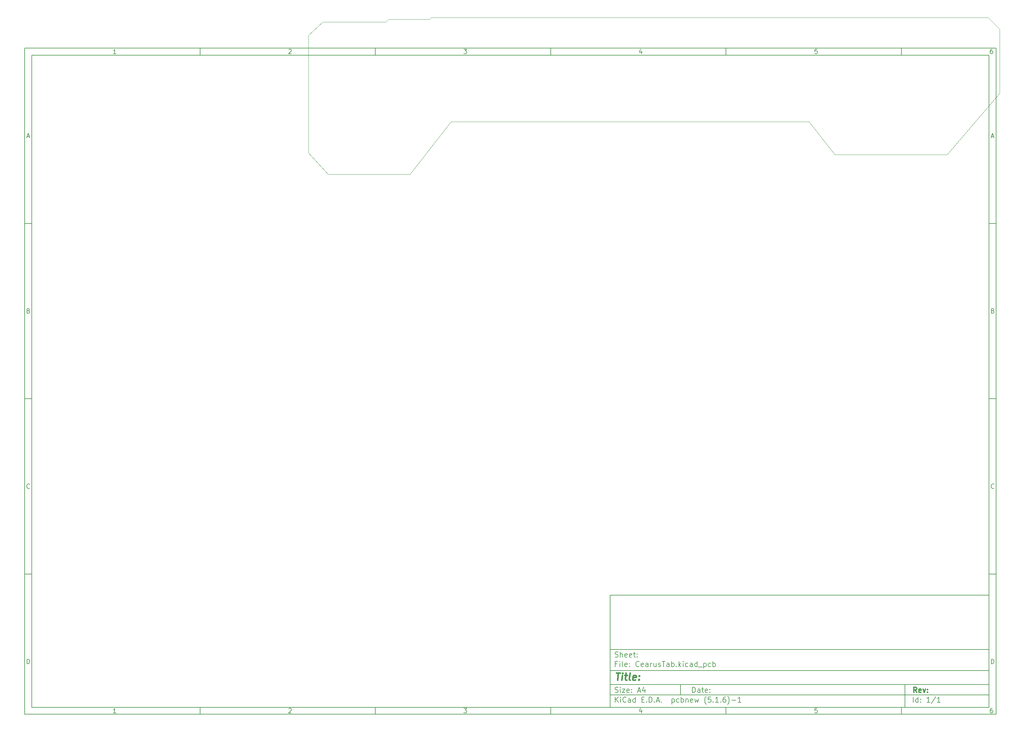
<source format=gbr>
%TF.GenerationSoftware,KiCad,Pcbnew,(5.1.6)-1*%
%TF.CreationDate,2021-02-12T14:30:02+03:00*%
%TF.ProjectId,CearusTab,43656172-7573-4546-9162-2e6b69636164,rev?*%
%TF.SameCoordinates,Original*%
%TF.FileFunction,Profile,NP*%
%FSLAX46Y46*%
G04 Gerber Fmt 4.6, Leading zero omitted, Abs format (unit mm)*
G04 Created by KiCad (PCBNEW (5.1.6)-1) date 2021-02-12 14:30:02*
%MOMM*%
%LPD*%
G01*
G04 APERTURE LIST*
%ADD10C,0.100000*%
%ADD11C,0.150000*%
%ADD12C,0.300000*%
%ADD13C,0.400000*%
%TA.AperFunction,Profile*%
%ADD14C,0.050000*%
%TD*%
G04 APERTURE END LIST*
D10*
D11*
X177002200Y-166007200D02*
X177002200Y-198007200D01*
X285002200Y-198007200D01*
X285002200Y-166007200D01*
X177002200Y-166007200D01*
D10*
D11*
X10000000Y-10000000D02*
X10000000Y-200007200D01*
X287002200Y-200007200D01*
X287002200Y-10000000D01*
X10000000Y-10000000D01*
D10*
D11*
X12000000Y-12000000D02*
X12000000Y-198007200D01*
X285002200Y-198007200D01*
X285002200Y-12000000D01*
X12000000Y-12000000D01*
D10*
D11*
X60000000Y-12000000D02*
X60000000Y-10000000D01*
D10*
D11*
X110000000Y-12000000D02*
X110000000Y-10000000D01*
D10*
D11*
X160000000Y-12000000D02*
X160000000Y-10000000D01*
D10*
D11*
X210000000Y-12000000D02*
X210000000Y-10000000D01*
D10*
D11*
X260000000Y-12000000D02*
X260000000Y-10000000D01*
D10*
D11*
X36065476Y-11588095D02*
X35322619Y-11588095D01*
X35694047Y-11588095D02*
X35694047Y-10288095D01*
X35570238Y-10473809D01*
X35446428Y-10597619D01*
X35322619Y-10659523D01*
D10*
D11*
X85322619Y-10411904D02*
X85384523Y-10350000D01*
X85508333Y-10288095D01*
X85817857Y-10288095D01*
X85941666Y-10350000D01*
X86003571Y-10411904D01*
X86065476Y-10535714D01*
X86065476Y-10659523D01*
X86003571Y-10845238D01*
X85260714Y-11588095D01*
X86065476Y-11588095D01*
D10*
D11*
X135260714Y-10288095D02*
X136065476Y-10288095D01*
X135632142Y-10783333D01*
X135817857Y-10783333D01*
X135941666Y-10845238D01*
X136003571Y-10907142D01*
X136065476Y-11030952D01*
X136065476Y-11340476D01*
X136003571Y-11464285D01*
X135941666Y-11526190D01*
X135817857Y-11588095D01*
X135446428Y-11588095D01*
X135322619Y-11526190D01*
X135260714Y-11464285D01*
D10*
D11*
X185941666Y-10721428D02*
X185941666Y-11588095D01*
X185632142Y-10226190D02*
X185322619Y-11154761D01*
X186127380Y-11154761D01*
D10*
D11*
X236003571Y-10288095D02*
X235384523Y-10288095D01*
X235322619Y-10907142D01*
X235384523Y-10845238D01*
X235508333Y-10783333D01*
X235817857Y-10783333D01*
X235941666Y-10845238D01*
X236003571Y-10907142D01*
X236065476Y-11030952D01*
X236065476Y-11340476D01*
X236003571Y-11464285D01*
X235941666Y-11526190D01*
X235817857Y-11588095D01*
X235508333Y-11588095D01*
X235384523Y-11526190D01*
X235322619Y-11464285D01*
D10*
D11*
X285941666Y-10288095D02*
X285694047Y-10288095D01*
X285570238Y-10350000D01*
X285508333Y-10411904D01*
X285384523Y-10597619D01*
X285322619Y-10845238D01*
X285322619Y-11340476D01*
X285384523Y-11464285D01*
X285446428Y-11526190D01*
X285570238Y-11588095D01*
X285817857Y-11588095D01*
X285941666Y-11526190D01*
X286003571Y-11464285D01*
X286065476Y-11340476D01*
X286065476Y-11030952D01*
X286003571Y-10907142D01*
X285941666Y-10845238D01*
X285817857Y-10783333D01*
X285570238Y-10783333D01*
X285446428Y-10845238D01*
X285384523Y-10907142D01*
X285322619Y-11030952D01*
D10*
D11*
X60000000Y-198007200D02*
X60000000Y-200007200D01*
D10*
D11*
X110000000Y-198007200D02*
X110000000Y-200007200D01*
D10*
D11*
X160000000Y-198007200D02*
X160000000Y-200007200D01*
D10*
D11*
X210000000Y-198007200D02*
X210000000Y-200007200D01*
D10*
D11*
X260000000Y-198007200D02*
X260000000Y-200007200D01*
D10*
D11*
X36065476Y-199595295D02*
X35322619Y-199595295D01*
X35694047Y-199595295D02*
X35694047Y-198295295D01*
X35570238Y-198481009D01*
X35446428Y-198604819D01*
X35322619Y-198666723D01*
D10*
D11*
X85322619Y-198419104D02*
X85384523Y-198357200D01*
X85508333Y-198295295D01*
X85817857Y-198295295D01*
X85941666Y-198357200D01*
X86003571Y-198419104D01*
X86065476Y-198542914D01*
X86065476Y-198666723D01*
X86003571Y-198852438D01*
X85260714Y-199595295D01*
X86065476Y-199595295D01*
D10*
D11*
X135260714Y-198295295D02*
X136065476Y-198295295D01*
X135632142Y-198790533D01*
X135817857Y-198790533D01*
X135941666Y-198852438D01*
X136003571Y-198914342D01*
X136065476Y-199038152D01*
X136065476Y-199347676D01*
X136003571Y-199471485D01*
X135941666Y-199533390D01*
X135817857Y-199595295D01*
X135446428Y-199595295D01*
X135322619Y-199533390D01*
X135260714Y-199471485D01*
D10*
D11*
X185941666Y-198728628D02*
X185941666Y-199595295D01*
X185632142Y-198233390D02*
X185322619Y-199161961D01*
X186127380Y-199161961D01*
D10*
D11*
X236003571Y-198295295D02*
X235384523Y-198295295D01*
X235322619Y-198914342D01*
X235384523Y-198852438D01*
X235508333Y-198790533D01*
X235817857Y-198790533D01*
X235941666Y-198852438D01*
X236003571Y-198914342D01*
X236065476Y-199038152D01*
X236065476Y-199347676D01*
X236003571Y-199471485D01*
X235941666Y-199533390D01*
X235817857Y-199595295D01*
X235508333Y-199595295D01*
X235384523Y-199533390D01*
X235322619Y-199471485D01*
D10*
D11*
X285941666Y-198295295D02*
X285694047Y-198295295D01*
X285570238Y-198357200D01*
X285508333Y-198419104D01*
X285384523Y-198604819D01*
X285322619Y-198852438D01*
X285322619Y-199347676D01*
X285384523Y-199471485D01*
X285446428Y-199533390D01*
X285570238Y-199595295D01*
X285817857Y-199595295D01*
X285941666Y-199533390D01*
X286003571Y-199471485D01*
X286065476Y-199347676D01*
X286065476Y-199038152D01*
X286003571Y-198914342D01*
X285941666Y-198852438D01*
X285817857Y-198790533D01*
X285570238Y-198790533D01*
X285446428Y-198852438D01*
X285384523Y-198914342D01*
X285322619Y-199038152D01*
D10*
D11*
X10000000Y-60000000D02*
X12000000Y-60000000D01*
D10*
D11*
X10000000Y-110000000D02*
X12000000Y-110000000D01*
D10*
D11*
X10000000Y-160000000D02*
X12000000Y-160000000D01*
D10*
D11*
X10690476Y-35216666D02*
X11309523Y-35216666D01*
X10566666Y-35588095D02*
X11000000Y-34288095D01*
X11433333Y-35588095D01*
D10*
D11*
X11092857Y-84907142D02*
X11278571Y-84969047D01*
X11340476Y-85030952D01*
X11402380Y-85154761D01*
X11402380Y-85340476D01*
X11340476Y-85464285D01*
X11278571Y-85526190D01*
X11154761Y-85588095D01*
X10659523Y-85588095D01*
X10659523Y-84288095D01*
X11092857Y-84288095D01*
X11216666Y-84350000D01*
X11278571Y-84411904D01*
X11340476Y-84535714D01*
X11340476Y-84659523D01*
X11278571Y-84783333D01*
X11216666Y-84845238D01*
X11092857Y-84907142D01*
X10659523Y-84907142D01*
D10*
D11*
X11402380Y-135464285D02*
X11340476Y-135526190D01*
X11154761Y-135588095D01*
X11030952Y-135588095D01*
X10845238Y-135526190D01*
X10721428Y-135402380D01*
X10659523Y-135278571D01*
X10597619Y-135030952D01*
X10597619Y-134845238D01*
X10659523Y-134597619D01*
X10721428Y-134473809D01*
X10845238Y-134350000D01*
X11030952Y-134288095D01*
X11154761Y-134288095D01*
X11340476Y-134350000D01*
X11402380Y-134411904D01*
D10*
D11*
X10659523Y-185588095D02*
X10659523Y-184288095D01*
X10969047Y-184288095D01*
X11154761Y-184350000D01*
X11278571Y-184473809D01*
X11340476Y-184597619D01*
X11402380Y-184845238D01*
X11402380Y-185030952D01*
X11340476Y-185278571D01*
X11278571Y-185402380D01*
X11154761Y-185526190D01*
X10969047Y-185588095D01*
X10659523Y-185588095D01*
D10*
D11*
X287002200Y-60000000D02*
X285002200Y-60000000D01*
D10*
D11*
X287002200Y-110000000D02*
X285002200Y-110000000D01*
D10*
D11*
X287002200Y-160000000D02*
X285002200Y-160000000D01*
D10*
D11*
X285692676Y-35216666D02*
X286311723Y-35216666D01*
X285568866Y-35588095D02*
X286002200Y-34288095D01*
X286435533Y-35588095D01*
D10*
D11*
X286095057Y-84907142D02*
X286280771Y-84969047D01*
X286342676Y-85030952D01*
X286404580Y-85154761D01*
X286404580Y-85340476D01*
X286342676Y-85464285D01*
X286280771Y-85526190D01*
X286156961Y-85588095D01*
X285661723Y-85588095D01*
X285661723Y-84288095D01*
X286095057Y-84288095D01*
X286218866Y-84350000D01*
X286280771Y-84411904D01*
X286342676Y-84535714D01*
X286342676Y-84659523D01*
X286280771Y-84783333D01*
X286218866Y-84845238D01*
X286095057Y-84907142D01*
X285661723Y-84907142D01*
D10*
D11*
X286404580Y-135464285D02*
X286342676Y-135526190D01*
X286156961Y-135588095D01*
X286033152Y-135588095D01*
X285847438Y-135526190D01*
X285723628Y-135402380D01*
X285661723Y-135278571D01*
X285599819Y-135030952D01*
X285599819Y-134845238D01*
X285661723Y-134597619D01*
X285723628Y-134473809D01*
X285847438Y-134350000D01*
X286033152Y-134288095D01*
X286156961Y-134288095D01*
X286342676Y-134350000D01*
X286404580Y-134411904D01*
D10*
D11*
X285661723Y-185588095D02*
X285661723Y-184288095D01*
X285971247Y-184288095D01*
X286156961Y-184350000D01*
X286280771Y-184473809D01*
X286342676Y-184597619D01*
X286404580Y-184845238D01*
X286404580Y-185030952D01*
X286342676Y-185278571D01*
X286280771Y-185402380D01*
X286156961Y-185526190D01*
X285971247Y-185588095D01*
X285661723Y-185588095D01*
D10*
D11*
X200434342Y-193785771D02*
X200434342Y-192285771D01*
X200791485Y-192285771D01*
X201005771Y-192357200D01*
X201148628Y-192500057D01*
X201220057Y-192642914D01*
X201291485Y-192928628D01*
X201291485Y-193142914D01*
X201220057Y-193428628D01*
X201148628Y-193571485D01*
X201005771Y-193714342D01*
X200791485Y-193785771D01*
X200434342Y-193785771D01*
X202577200Y-193785771D02*
X202577200Y-193000057D01*
X202505771Y-192857200D01*
X202362914Y-192785771D01*
X202077200Y-192785771D01*
X201934342Y-192857200D01*
X202577200Y-193714342D02*
X202434342Y-193785771D01*
X202077200Y-193785771D01*
X201934342Y-193714342D01*
X201862914Y-193571485D01*
X201862914Y-193428628D01*
X201934342Y-193285771D01*
X202077200Y-193214342D01*
X202434342Y-193214342D01*
X202577200Y-193142914D01*
X203077200Y-192785771D02*
X203648628Y-192785771D01*
X203291485Y-192285771D02*
X203291485Y-193571485D01*
X203362914Y-193714342D01*
X203505771Y-193785771D01*
X203648628Y-193785771D01*
X204720057Y-193714342D02*
X204577200Y-193785771D01*
X204291485Y-193785771D01*
X204148628Y-193714342D01*
X204077200Y-193571485D01*
X204077200Y-193000057D01*
X204148628Y-192857200D01*
X204291485Y-192785771D01*
X204577200Y-192785771D01*
X204720057Y-192857200D01*
X204791485Y-193000057D01*
X204791485Y-193142914D01*
X204077200Y-193285771D01*
X205434342Y-193642914D02*
X205505771Y-193714342D01*
X205434342Y-193785771D01*
X205362914Y-193714342D01*
X205434342Y-193642914D01*
X205434342Y-193785771D01*
X205434342Y-192857200D02*
X205505771Y-192928628D01*
X205434342Y-193000057D01*
X205362914Y-192928628D01*
X205434342Y-192857200D01*
X205434342Y-193000057D01*
D10*
D11*
X177002200Y-194507200D02*
X285002200Y-194507200D01*
D10*
D11*
X178434342Y-196585771D02*
X178434342Y-195085771D01*
X179291485Y-196585771D02*
X178648628Y-195728628D01*
X179291485Y-195085771D02*
X178434342Y-195942914D01*
X179934342Y-196585771D02*
X179934342Y-195585771D01*
X179934342Y-195085771D02*
X179862914Y-195157200D01*
X179934342Y-195228628D01*
X180005771Y-195157200D01*
X179934342Y-195085771D01*
X179934342Y-195228628D01*
X181505771Y-196442914D02*
X181434342Y-196514342D01*
X181220057Y-196585771D01*
X181077200Y-196585771D01*
X180862914Y-196514342D01*
X180720057Y-196371485D01*
X180648628Y-196228628D01*
X180577200Y-195942914D01*
X180577200Y-195728628D01*
X180648628Y-195442914D01*
X180720057Y-195300057D01*
X180862914Y-195157200D01*
X181077200Y-195085771D01*
X181220057Y-195085771D01*
X181434342Y-195157200D01*
X181505771Y-195228628D01*
X182791485Y-196585771D02*
X182791485Y-195800057D01*
X182720057Y-195657200D01*
X182577200Y-195585771D01*
X182291485Y-195585771D01*
X182148628Y-195657200D01*
X182791485Y-196514342D02*
X182648628Y-196585771D01*
X182291485Y-196585771D01*
X182148628Y-196514342D01*
X182077200Y-196371485D01*
X182077200Y-196228628D01*
X182148628Y-196085771D01*
X182291485Y-196014342D01*
X182648628Y-196014342D01*
X182791485Y-195942914D01*
X184148628Y-196585771D02*
X184148628Y-195085771D01*
X184148628Y-196514342D02*
X184005771Y-196585771D01*
X183720057Y-196585771D01*
X183577200Y-196514342D01*
X183505771Y-196442914D01*
X183434342Y-196300057D01*
X183434342Y-195871485D01*
X183505771Y-195728628D01*
X183577200Y-195657200D01*
X183720057Y-195585771D01*
X184005771Y-195585771D01*
X184148628Y-195657200D01*
X186005771Y-195800057D02*
X186505771Y-195800057D01*
X186720057Y-196585771D02*
X186005771Y-196585771D01*
X186005771Y-195085771D01*
X186720057Y-195085771D01*
X187362914Y-196442914D02*
X187434342Y-196514342D01*
X187362914Y-196585771D01*
X187291485Y-196514342D01*
X187362914Y-196442914D01*
X187362914Y-196585771D01*
X188077200Y-196585771D02*
X188077200Y-195085771D01*
X188434342Y-195085771D01*
X188648628Y-195157200D01*
X188791485Y-195300057D01*
X188862914Y-195442914D01*
X188934342Y-195728628D01*
X188934342Y-195942914D01*
X188862914Y-196228628D01*
X188791485Y-196371485D01*
X188648628Y-196514342D01*
X188434342Y-196585771D01*
X188077200Y-196585771D01*
X189577200Y-196442914D02*
X189648628Y-196514342D01*
X189577200Y-196585771D01*
X189505771Y-196514342D01*
X189577200Y-196442914D01*
X189577200Y-196585771D01*
X190220057Y-196157200D02*
X190934342Y-196157200D01*
X190077200Y-196585771D02*
X190577200Y-195085771D01*
X191077200Y-196585771D01*
X191577200Y-196442914D02*
X191648628Y-196514342D01*
X191577200Y-196585771D01*
X191505771Y-196514342D01*
X191577200Y-196442914D01*
X191577200Y-196585771D01*
X194577200Y-195585771D02*
X194577200Y-197085771D01*
X194577200Y-195657200D02*
X194720057Y-195585771D01*
X195005771Y-195585771D01*
X195148628Y-195657200D01*
X195220057Y-195728628D01*
X195291485Y-195871485D01*
X195291485Y-196300057D01*
X195220057Y-196442914D01*
X195148628Y-196514342D01*
X195005771Y-196585771D01*
X194720057Y-196585771D01*
X194577200Y-196514342D01*
X196577200Y-196514342D02*
X196434342Y-196585771D01*
X196148628Y-196585771D01*
X196005771Y-196514342D01*
X195934342Y-196442914D01*
X195862914Y-196300057D01*
X195862914Y-195871485D01*
X195934342Y-195728628D01*
X196005771Y-195657200D01*
X196148628Y-195585771D01*
X196434342Y-195585771D01*
X196577200Y-195657200D01*
X197220057Y-196585771D02*
X197220057Y-195085771D01*
X197220057Y-195657200D02*
X197362914Y-195585771D01*
X197648628Y-195585771D01*
X197791485Y-195657200D01*
X197862914Y-195728628D01*
X197934342Y-195871485D01*
X197934342Y-196300057D01*
X197862914Y-196442914D01*
X197791485Y-196514342D01*
X197648628Y-196585771D01*
X197362914Y-196585771D01*
X197220057Y-196514342D01*
X198577200Y-195585771D02*
X198577200Y-196585771D01*
X198577200Y-195728628D02*
X198648628Y-195657200D01*
X198791485Y-195585771D01*
X199005771Y-195585771D01*
X199148628Y-195657200D01*
X199220057Y-195800057D01*
X199220057Y-196585771D01*
X200505771Y-196514342D02*
X200362914Y-196585771D01*
X200077200Y-196585771D01*
X199934342Y-196514342D01*
X199862914Y-196371485D01*
X199862914Y-195800057D01*
X199934342Y-195657200D01*
X200077200Y-195585771D01*
X200362914Y-195585771D01*
X200505771Y-195657200D01*
X200577200Y-195800057D01*
X200577200Y-195942914D01*
X199862914Y-196085771D01*
X201077200Y-195585771D02*
X201362914Y-196585771D01*
X201648628Y-195871485D01*
X201934342Y-196585771D01*
X202220057Y-195585771D01*
X204362914Y-197157200D02*
X204291485Y-197085771D01*
X204148628Y-196871485D01*
X204077200Y-196728628D01*
X204005771Y-196514342D01*
X203934342Y-196157200D01*
X203934342Y-195871485D01*
X204005771Y-195514342D01*
X204077200Y-195300057D01*
X204148628Y-195157200D01*
X204291485Y-194942914D01*
X204362914Y-194871485D01*
X205648628Y-195085771D02*
X204934342Y-195085771D01*
X204862914Y-195800057D01*
X204934342Y-195728628D01*
X205077200Y-195657200D01*
X205434342Y-195657200D01*
X205577200Y-195728628D01*
X205648628Y-195800057D01*
X205720057Y-195942914D01*
X205720057Y-196300057D01*
X205648628Y-196442914D01*
X205577200Y-196514342D01*
X205434342Y-196585771D01*
X205077200Y-196585771D01*
X204934342Y-196514342D01*
X204862914Y-196442914D01*
X206362914Y-196442914D02*
X206434342Y-196514342D01*
X206362914Y-196585771D01*
X206291485Y-196514342D01*
X206362914Y-196442914D01*
X206362914Y-196585771D01*
X207862914Y-196585771D02*
X207005771Y-196585771D01*
X207434342Y-196585771D02*
X207434342Y-195085771D01*
X207291485Y-195300057D01*
X207148628Y-195442914D01*
X207005771Y-195514342D01*
X208505771Y-196442914D02*
X208577200Y-196514342D01*
X208505771Y-196585771D01*
X208434342Y-196514342D01*
X208505771Y-196442914D01*
X208505771Y-196585771D01*
X209862914Y-195085771D02*
X209577200Y-195085771D01*
X209434342Y-195157200D01*
X209362914Y-195228628D01*
X209220057Y-195442914D01*
X209148628Y-195728628D01*
X209148628Y-196300057D01*
X209220057Y-196442914D01*
X209291485Y-196514342D01*
X209434342Y-196585771D01*
X209720057Y-196585771D01*
X209862914Y-196514342D01*
X209934342Y-196442914D01*
X210005771Y-196300057D01*
X210005771Y-195942914D01*
X209934342Y-195800057D01*
X209862914Y-195728628D01*
X209720057Y-195657200D01*
X209434342Y-195657200D01*
X209291485Y-195728628D01*
X209220057Y-195800057D01*
X209148628Y-195942914D01*
X210505771Y-197157200D02*
X210577200Y-197085771D01*
X210720057Y-196871485D01*
X210791485Y-196728628D01*
X210862914Y-196514342D01*
X210934342Y-196157200D01*
X210934342Y-195871485D01*
X210862914Y-195514342D01*
X210791485Y-195300057D01*
X210720057Y-195157200D01*
X210577200Y-194942914D01*
X210505771Y-194871485D01*
X211648628Y-196014342D02*
X212791485Y-196014342D01*
X214291485Y-196585771D02*
X213434342Y-196585771D01*
X213862914Y-196585771D02*
X213862914Y-195085771D01*
X213720057Y-195300057D01*
X213577200Y-195442914D01*
X213434342Y-195514342D01*
D10*
D11*
X177002200Y-191507200D02*
X285002200Y-191507200D01*
D10*
D12*
X264411485Y-193785771D02*
X263911485Y-193071485D01*
X263554342Y-193785771D02*
X263554342Y-192285771D01*
X264125771Y-192285771D01*
X264268628Y-192357200D01*
X264340057Y-192428628D01*
X264411485Y-192571485D01*
X264411485Y-192785771D01*
X264340057Y-192928628D01*
X264268628Y-193000057D01*
X264125771Y-193071485D01*
X263554342Y-193071485D01*
X265625771Y-193714342D02*
X265482914Y-193785771D01*
X265197200Y-193785771D01*
X265054342Y-193714342D01*
X264982914Y-193571485D01*
X264982914Y-193000057D01*
X265054342Y-192857200D01*
X265197200Y-192785771D01*
X265482914Y-192785771D01*
X265625771Y-192857200D01*
X265697200Y-193000057D01*
X265697200Y-193142914D01*
X264982914Y-193285771D01*
X266197200Y-192785771D02*
X266554342Y-193785771D01*
X266911485Y-192785771D01*
X267482914Y-193642914D02*
X267554342Y-193714342D01*
X267482914Y-193785771D01*
X267411485Y-193714342D01*
X267482914Y-193642914D01*
X267482914Y-193785771D01*
X267482914Y-192857200D02*
X267554342Y-192928628D01*
X267482914Y-193000057D01*
X267411485Y-192928628D01*
X267482914Y-192857200D01*
X267482914Y-193000057D01*
D10*
D11*
X178362914Y-193714342D02*
X178577200Y-193785771D01*
X178934342Y-193785771D01*
X179077200Y-193714342D01*
X179148628Y-193642914D01*
X179220057Y-193500057D01*
X179220057Y-193357200D01*
X179148628Y-193214342D01*
X179077200Y-193142914D01*
X178934342Y-193071485D01*
X178648628Y-193000057D01*
X178505771Y-192928628D01*
X178434342Y-192857200D01*
X178362914Y-192714342D01*
X178362914Y-192571485D01*
X178434342Y-192428628D01*
X178505771Y-192357200D01*
X178648628Y-192285771D01*
X179005771Y-192285771D01*
X179220057Y-192357200D01*
X179862914Y-193785771D02*
X179862914Y-192785771D01*
X179862914Y-192285771D02*
X179791485Y-192357200D01*
X179862914Y-192428628D01*
X179934342Y-192357200D01*
X179862914Y-192285771D01*
X179862914Y-192428628D01*
X180434342Y-192785771D02*
X181220057Y-192785771D01*
X180434342Y-193785771D01*
X181220057Y-193785771D01*
X182362914Y-193714342D02*
X182220057Y-193785771D01*
X181934342Y-193785771D01*
X181791485Y-193714342D01*
X181720057Y-193571485D01*
X181720057Y-193000057D01*
X181791485Y-192857200D01*
X181934342Y-192785771D01*
X182220057Y-192785771D01*
X182362914Y-192857200D01*
X182434342Y-193000057D01*
X182434342Y-193142914D01*
X181720057Y-193285771D01*
X183077200Y-193642914D02*
X183148628Y-193714342D01*
X183077200Y-193785771D01*
X183005771Y-193714342D01*
X183077200Y-193642914D01*
X183077200Y-193785771D01*
X183077200Y-192857200D02*
X183148628Y-192928628D01*
X183077200Y-193000057D01*
X183005771Y-192928628D01*
X183077200Y-192857200D01*
X183077200Y-193000057D01*
X184862914Y-193357200D02*
X185577200Y-193357200D01*
X184720057Y-193785771D02*
X185220057Y-192285771D01*
X185720057Y-193785771D01*
X186862914Y-192785771D02*
X186862914Y-193785771D01*
X186505771Y-192214342D02*
X186148628Y-193285771D01*
X187077200Y-193285771D01*
D10*
D11*
X263434342Y-196585771D02*
X263434342Y-195085771D01*
X264791485Y-196585771D02*
X264791485Y-195085771D01*
X264791485Y-196514342D02*
X264648628Y-196585771D01*
X264362914Y-196585771D01*
X264220057Y-196514342D01*
X264148628Y-196442914D01*
X264077200Y-196300057D01*
X264077200Y-195871485D01*
X264148628Y-195728628D01*
X264220057Y-195657200D01*
X264362914Y-195585771D01*
X264648628Y-195585771D01*
X264791485Y-195657200D01*
X265505771Y-196442914D02*
X265577200Y-196514342D01*
X265505771Y-196585771D01*
X265434342Y-196514342D01*
X265505771Y-196442914D01*
X265505771Y-196585771D01*
X265505771Y-195657200D02*
X265577200Y-195728628D01*
X265505771Y-195800057D01*
X265434342Y-195728628D01*
X265505771Y-195657200D01*
X265505771Y-195800057D01*
X268148628Y-196585771D02*
X267291485Y-196585771D01*
X267720057Y-196585771D02*
X267720057Y-195085771D01*
X267577200Y-195300057D01*
X267434342Y-195442914D01*
X267291485Y-195514342D01*
X269862914Y-195014342D02*
X268577200Y-196942914D01*
X271148628Y-196585771D02*
X270291485Y-196585771D01*
X270720057Y-196585771D02*
X270720057Y-195085771D01*
X270577200Y-195300057D01*
X270434342Y-195442914D01*
X270291485Y-195514342D01*
D10*
D11*
X177002200Y-187507200D02*
X285002200Y-187507200D01*
D10*
D13*
X178714580Y-188211961D02*
X179857438Y-188211961D01*
X179036009Y-190211961D02*
X179286009Y-188211961D01*
X180274104Y-190211961D02*
X180440771Y-188878628D01*
X180524104Y-188211961D02*
X180416961Y-188307200D01*
X180500295Y-188402438D01*
X180607438Y-188307200D01*
X180524104Y-188211961D01*
X180500295Y-188402438D01*
X181107438Y-188878628D02*
X181869342Y-188878628D01*
X181476485Y-188211961D02*
X181262200Y-189926247D01*
X181333628Y-190116723D01*
X181512200Y-190211961D01*
X181702676Y-190211961D01*
X182655057Y-190211961D02*
X182476485Y-190116723D01*
X182405057Y-189926247D01*
X182619342Y-188211961D01*
X184190771Y-190116723D02*
X183988390Y-190211961D01*
X183607438Y-190211961D01*
X183428866Y-190116723D01*
X183357438Y-189926247D01*
X183452676Y-189164342D01*
X183571723Y-188973866D01*
X183774104Y-188878628D01*
X184155057Y-188878628D01*
X184333628Y-188973866D01*
X184405057Y-189164342D01*
X184381247Y-189354819D01*
X183405057Y-189545295D01*
X185155057Y-190021485D02*
X185238390Y-190116723D01*
X185131247Y-190211961D01*
X185047914Y-190116723D01*
X185155057Y-190021485D01*
X185131247Y-190211961D01*
X185286009Y-188973866D02*
X185369342Y-189069104D01*
X185262200Y-189164342D01*
X185178866Y-189069104D01*
X185286009Y-188973866D01*
X185262200Y-189164342D01*
D10*
D11*
X178934342Y-185600057D02*
X178434342Y-185600057D01*
X178434342Y-186385771D02*
X178434342Y-184885771D01*
X179148628Y-184885771D01*
X179720057Y-186385771D02*
X179720057Y-185385771D01*
X179720057Y-184885771D02*
X179648628Y-184957200D01*
X179720057Y-185028628D01*
X179791485Y-184957200D01*
X179720057Y-184885771D01*
X179720057Y-185028628D01*
X180648628Y-186385771D02*
X180505771Y-186314342D01*
X180434342Y-186171485D01*
X180434342Y-184885771D01*
X181791485Y-186314342D02*
X181648628Y-186385771D01*
X181362914Y-186385771D01*
X181220057Y-186314342D01*
X181148628Y-186171485D01*
X181148628Y-185600057D01*
X181220057Y-185457200D01*
X181362914Y-185385771D01*
X181648628Y-185385771D01*
X181791485Y-185457200D01*
X181862914Y-185600057D01*
X181862914Y-185742914D01*
X181148628Y-185885771D01*
X182505771Y-186242914D02*
X182577200Y-186314342D01*
X182505771Y-186385771D01*
X182434342Y-186314342D01*
X182505771Y-186242914D01*
X182505771Y-186385771D01*
X182505771Y-185457200D02*
X182577200Y-185528628D01*
X182505771Y-185600057D01*
X182434342Y-185528628D01*
X182505771Y-185457200D01*
X182505771Y-185600057D01*
X185220057Y-186242914D02*
X185148628Y-186314342D01*
X184934342Y-186385771D01*
X184791485Y-186385771D01*
X184577200Y-186314342D01*
X184434342Y-186171485D01*
X184362914Y-186028628D01*
X184291485Y-185742914D01*
X184291485Y-185528628D01*
X184362914Y-185242914D01*
X184434342Y-185100057D01*
X184577200Y-184957200D01*
X184791485Y-184885771D01*
X184934342Y-184885771D01*
X185148628Y-184957200D01*
X185220057Y-185028628D01*
X186434342Y-186314342D02*
X186291485Y-186385771D01*
X186005771Y-186385771D01*
X185862914Y-186314342D01*
X185791485Y-186171485D01*
X185791485Y-185600057D01*
X185862914Y-185457200D01*
X186005771Y-185385771D01*
X186291485Y-185385771D01*
X186434342Y-185457200D01*
X186505771Y-185600057D01*
X186505771Y-185742914D01*
X185791485Y-185885771D01*
X187791485Y-186385771D02*
X187791485Y-185600057D01*
X187720057Y-185457200D01*
X187577200Y-185385771D01*
X187291485Y-185385771D01*
X187148628Y-185457200D01*
X187791485Y-186314342D02*
X187648628Y-186385771D01*
X187291485Y-186385771D01*
X187148628Y-186314342D01*
X187077200Y-186171485D01*
X187077200Y-186028628D01*
X187148628Y-185885771D01*
X187291485Y-185814342D01*
X187648628Y-185814342D01*
X187791485Y-185742914D01*
X188505771Y-186385771D02*
X188505771Y-185385771D01*
X188505771Y-185671485D02*
X188577200Y-185528628D01*
X188648628Y-185457200D01*
X188791485Y-185385771D01*
X188934342Y-185385771D01*
X190077200Y-185385771D02*
X190077200Y-186385771D01*
X189434342Y-185385771D02*
X189434342Y-186171485D01*
X189505771Y-186314342D01*
X189648628Y-186385771D01*
X189862914Y-186385771D01*
X190005771Y-186314342D01*
X190077200Y-186242914D01*
X190720057Y-186314342D02*
X190862914Y-186385771D01*
X191148628Y-186385771D01*
X191291485Y-186314342D01*
X191362914Y-186171485D01*
X191362914Y-186100057D01*
X191291485Y-185957200D01*
X191148628Y-185885771D01*
X190934342Y-185885771D01*
X190791485Y-185814342D01*
X190720057Y-185671485D01*
X190720057Y-185600057D01*
X190791485Y-185457200D01*
X190934342Y-185385771D01*
X191148628Y-185385771D01*
X191291485Y-185457200D01*
X191791485Y-184885771D02*
X192648628Y-184885771D01*
X192220057Y-186385771D02*
X192220057Y-184885771D01*
X193791485Y-186385771D02*
X193791485Y-185600057D01*
X193720057Y-185457200D01*
X193577200Y-185385771D01*
X193291485Y-185385771D01*
X193148628Y-185457200D01*
X193791485Y-186314342D02*
X193648628Y-186385771D01*
X193291485Y-186385771D01*
X193148628Y-186314342D01*
X193077200Y-186171485D01*
X193077200Y-186028628D01*
X193148628Y-185885771D01*
X193291485Y-185814342D01*
X193648628Y-185814342D01*
X193791485Y-185742914D01*
X194505771Y-186385771D02*
X194505771Y-184885771D01*
X194505771Y-185457200D02*
X194648628Y-185385771D01*
X194934342Y-185385771D01*
X195077200Y-185457200D01*
X195148628Y-185528628D01*
X195220057Y-185671485D01*
X195220057Y-186100057D01*
X195148628Y-186242914D01*
X195077200Y-186314342D01*
X194934342Y-186385771D01*
X194648628Y-186385771D01*
X194505771Y-186314342D01*
X195862914Y-186242914D02*
X195934342Y-186314342D01*
X195862914Y-186385771D01*
X195791485Y-186314342D01*
X195862914Y-186242914D01*
X195862914Y-186385771D01*
X196577200Y-186385771D02*
X196577200Y-184885771D01*
X196720057Y-185814342D02*
X197148628Y-186385771D01*
X197148628Y-185385771D02*
X196577200Y-185957200D01*
X197791485Y-186385771D02*
X197791485Y-185385771D01*
X197791485Y-184885771D02*
X197720057Y-184957200D01*
X197791485Y-185028628D01*
X197862914Y-184957200D01*
X197791485Y-184885771D01*
X197791485Y-185028628D01*
X199148628Y-186314342D02*
X199005771Y-186385771D01*
X198720057Y-186385771D01*
X198577200Y-186314342D01*
X198505771Y-186242914D01*
X198434342Y-186100057D01*
X198434342Y-185671485D01*
X198505771Y-185528628D01*
X198577200Y-185457200D01*
X198720057Y-185385771D01*
X199005771Y-185385771D01*
X199148628Y-185457200D01*
X200434342Y-186385771D02*
X200434342Y-185600057D01*
X200362914Y-185457200D01*
X200220057Y-185385771D01*
X199934342Y-185385771D01*
X199791485Y-185457200D01*
X200434342Y-186314342D02*
X200291485Y-186385771D01*
X199934342Y-186385771D01*
X199791485Y-186314342D01*
X199720057Y-186171485D01*
X199720057Y-186028628D01*
X199791485Y-185885771D01*
X199934342Y-185814342D01*
X200291485Y-185814342D01*
X200434342Y-185742914D01*
X201791485Y-186385771D02*
X201791485Y-184885771D01*
X201791485Y-186314342D02*
X201648628Y-186385771D01*
X201362914Y-186385771D01*
X201220057Y-186314342D01*
X201148628Y-186242914D01*
X201077200Y-186100057D01*
X201077200Y-185671485D01*
X201148628Y-185528628D01*
X201220057Y-185457200D01*
X201362914Y-185385771D01*
X201648628Y-185385771D01*
X201791485Y-185457200D01*
X202148628Y-186528628D02*
X203291485Y-186528628D01*
X203648628Y-185385771D02*
X203648628Y-186885771D01*
X203648628Y-185457200D02*
X203791485Y-185385771D01*
X204077200Y-185385771D01*
X204220057Y-185457200D01*
X204291485Y-185528628D01*
X204362914Y-185671485D01*
X204362914Y-186100057D01*
X204291485Y-186242914D01*
X204220057Y-186314342D01*
X204077200Y-186385771D01*
X203791485Y-186385771D01*
X203648628Y-186314342D01*
X205648628Y-186314342D02*
X205505771Y-186385771D01*
X205220057Y-186385771D01*
X205077200Y-186314342D01*
X205005771Y-186242914D01*
X204934342Y-186100057D01*
X204934342Y-185671485D01*
X205005771Y-185528628D01*
X205077200Y-185457200D01*
X205220057Y-185385771D01*
X205505771Y-185385771D01*
X205648628Y-185457200D01*
X206291485Y-186385771D02*
X206291485Y-184885771D01*
X206291485Y-185457200D02*
X206434342Y-185385771D01*
X206720057Y-185385771D01*
X206862914Y-185457200D01*
X206934342Y-185528628D01*
X207005771Y-185671485D01*
X207005771Y-186100057D01*
X206934342Y-186242914D01*
X206862914Y-186314342D01*
X206720057Y-186385771D01*
X206434342Y-186385771D01*
X206291485Y-186314342D01*
D10*
D11*
X177002200Y-181507200D02*
X285002200Y-181507200D01*
D10*
D11*
X178362914Y-183614342D02*
X178577200Y-183685771D01*
X178934342Y-183685771D01*
X179077200Y-183614342D01*
X179148628Y-183542914D01*
X179220057Y-183400057D01*
X179220057Y-183257200D01*
X179148628Y-183114342D01*
X179077200Y-183042914D01*
X178934342Y-182971485D01*
X178648628Y-182900057D01*
X178505771Y-182828628D01*
X178434342Y-182757200D01*
X178362914Y-182614342D01*
X178362914Y-182471485D01*
X178434342Y-182328628D01*
X178505771Y-182257200D01*
X178648628Y-182185771D01*
X179005771Y-182185771D01*
X179220057Y-182257200D01*
X179862914Y-183685771D02*
X179862914Y-182185771D01*
X180505771Y-183685771D02*
X180505771Y-182900057D01*
X180434342Y-182757200D01*
X180291485Y-182685771D01*
X180077200Y-182685771D01*
X179934342Y-182757200D01*
X179862914Y-182828628D01*
X181791485Y-183614342D02*
X181648628Y-183685771D01*
X181362914Y-183685771D01*
X181220057Y-183614342D01*
X181148628Y-183471485D01*
X181148628Y-182900057D01*
X181220057Y-182757200D01*
X181362914Y-182685771D01*
X181648628Y-182685771D01*
X181791485Y-182757200D01*
X181862914Y-182900057D01*
X181862914Y-183042914D01*
X181148628Y-183185771D01*
X183077200Y-183614342D02*
X182934342Y-183685771D01*
X182648628Y-183685771D01*
X182505771Y-183614342D01*
X182434342Y-183471485D01*
X182434342Y-182900057D01*
X182505771Y-182757200D01*
X182648628Y-182685771D01*
X182934342Y-182685771D01*
X183077200Y-182757200D01*
X183148628Y-182900057D01*
X183148628Y-183042914D01*
X182434342Y-183185771D01*
X183577200Y-182685771D02*
X184148628Y-182685771D01*
X183791485Y-182185771D02*
X183791485Y-183471485D01*
X183862914Y-183614342D01*
X184005771Y-183685771D01*
X184148628Y-183685771D01*
X184648628Y-183542914D02*
X184720057Y-183614342D01*
X184648628Y-183685771D01*
X184577200Y-183614342D01*
X184648628Y-183542914D01*
X184648628Y-183685771D01*
X184648628Y-182757200D02*
X184720057Y-182828628D01*
X184648628Y-182900057D01*
X184577200Y-182828628D01*
X184648628Y-182757200D01*
X184648628Y-182900057D01*
D10*
D11*
X197002200Y-191507200D02*
X197002200Y-194507200D01*
D10*
D11*
X261002200Y-191507200D02*
X261002200Y-198007200D01*
D14*
X119888000Y-45974000D02*
X96520000Y-45974000D01*
X131572000Y-30988000D02*
X119888000Y-45974000D01*
X233680000Y-30988000D02*
X131572000Y-30988000D01*
X241046000Y-40386000D02*
X233680000Y-30988000D01*
X273050000Y-40386000D02*
X241046000Y-40386000D01*
X288036000Y-22860000D02*
X273050000Y-40386000D01*
X288036000Y-4572000D02*
X288036000Y-22860000D01*
X284734000Y-1270000D02*
X288036000Y-4572000D01*
X125984000Y-1270000D02*
X284734000Y-1270000D01*
X125476000Y-1778000D02*
X125984000Y-1270000D01*
X118364000Y-1778000D02*
X125476000Y-1778000D01*
X118110000Y-1778000D02*
X118364000Y-1778000D01*
X113792000Y-1778000D02*
X118110000Y-1778000D01*
X113030000Y-2540000D02*
X113792000Y-1778000D01*
X94996000Y-2540000D02*
X113030000Y-2540000D01*
X90932000Y-6350000D02*
X94996000Y-2540000D01*
X90932000Y-39878000D02*
X90932000Y-6350000D01*
X96520000Y-45974000D02*
X90932000Y-39878000D01*
M02*

</source>
